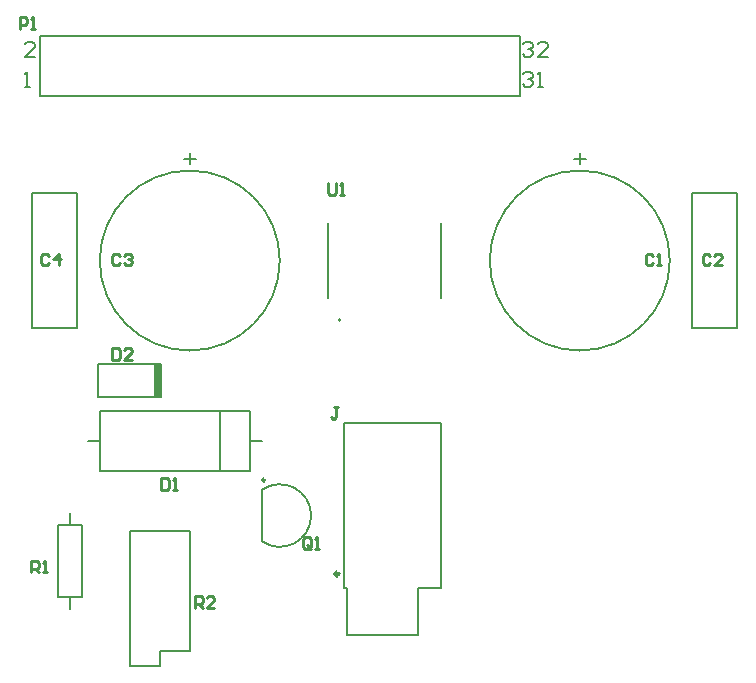
<source format=gto>
G04*
G04 #@! TF.GenerationSoftware,Altium Limited,Altium Designer,20.0.13 (296)*
G04*
G04 Layer_Color=65535*
%FSLAX25Y25*%
%MOIN*%
G70*
G01*
G75*
%ADD10C,0.01339*%
%ADD11C,0.00984*%
%ADD12C,0.00787*%
%ADD13C,0.00600*%
%ADD14C,0.00500*%
%ADD15C,0.01000*%
%ADD16C,0.00800*%
%ADD17C,0.00591*%
%ADD18R,0.03150X0.11024*%
D10*
X174646Y60551D02*
G03*
X174646Y60551I-669J0D01*
G01*
D11*
X150094Y91823D02*
G03*
X150094Y91823I-492J0D01*
G01*
X99082Y135826D02*
Y131890D01*
X101050D01*
X101706Y132546D01*
Y135170D01*
X101050Y135826D01*
X99082D01*
X105642Y131890D02*
X103018D01*
X105642Y134514D01*
Y135170D01*
X104986Y135826D01*
X103674D01*
X103018Y135170D01*
X174540Y116141D02*
X173228D01*
X173884D01*
Y112861D01*
X173228Y112205D01*
X172572D01*
X171916Y112861D01*
X165354Y69554D02*
Y72178D01*
X164698Y72834D01*
X163386D01*
X162731Y72178D01*
Y69554D01*
X163386Y68898D01*
X164698D01*
X164042Y70210D02*
X165354Y68898D01*
X164698D02*
X165354Y69554D01*
X166666Y68898D02*
X167978D01*
X167322D01*
Y72834D01*
X166666Y72178D01*
X126641Y49213D02*
Y53149D01*
X128609D01*
X129265Y52493D01*
Y51181D01*
X128609Y50525D01*
X126641D01*
X127953D02*
X129265Y49213D01*
X133201D02*
X130577D01*
X133201Y51837D01*
Y52493D01*
X132545Y53149D01*
X131233D01*
X130577Y52493D01*
X72179Y61024D02*
Y64960D01*
X74147D01*
X74803Y64304D01*
Y62992D01*
X74147Y62336D01*
X72179D01*
X73491D02*
X74803Y61024D01*
X76115D02*
X77427D01*
X76771D01*
Y64960D01*
X76115Y64304D01*
X115486Y92519D02*
Y88583D01*
X117454D01*
X118110Y89239D01*
Y91863D01*
X117454Y92519D01*
X115486D01*
X119422Y88583D02*
X120734D01*
X120078D01*
Y92519D01*
X119422Y91863D01*
X78084Y166666D02*
X77428Y167322D01*
X76116D01*
X75460Y166666D01*
Y164042D01*
X76116Y163386D01*
X77428D01*
X78084Y164042D01*
X81364Y163386D02*
Y167322D01*
X79396Y165354D01*
X82020D01*
X101706Y166666D02*
X101050Y167322D01*
X99738D01*
X99082Y166666D01*
Y164042D01*
X99738Y163386D01*
X101050D01*
X101706Y164042D01*
X103018Y166666D02*
X103674Y167322D01*
X104986D01*
X105642Y166666D01*
Y166010D01*
X104986Y165354D01*
X104330D01*
X104986D01*
X105642Y164698D01*
Y164042D01*
X104986Y163386D01*
X103674D01*
X103018Y164042D01*
X298557Y166666D02*
X297901Y167322D01*
X296589D01*
X295933Y166666D01*
Y164042D01*
X296589Y163386D01*
X297901D01*
X298557Y164042D01*
X302492Y163386D02*
X299869D01*
X302492Y166010D01*
Y166666D01*
X301836Y167322D01*
X300524D01*
X299869Y166666D01*
X171000Y190836D02*
Y187556D01*
X171656Y186900D01*
X172968D01*
X173624Y187556D01*
Y190836D01*
X174936Y186900D02*
X176248D01*
X175592D01*
Y190836D01*
X174936Y190180D01*
X279528Y166666D02*
X278872Y167322D01*
X277560D01*
X276904Y166666D01*
Y164042D01*
X277560Y163386D01*
X278872D01*
X279528Y164042D01*
X280839Y163386D02*
X282151D01*
X281495D01*
Y167322D01*
X280839Y166666D01*
D12*
X149016Y71454D02*
G03*
X149016Y88546I5984J8546D01*
G01*
X155000Y165000D02*
G03*
X155000Y165000I-30000J0D01*
G01*
X285000D02*
G03*
X285000Y165000I-30000J0D01*
G01*
X175394Y145177D02*
G03*
X175394Y145177I-394J0D01*
G01*
X235000Y220000D02*
Y240000D01*
X75000Y220000D02*
Y240000D01*
X235000D01*
X75000Y220000D02*
X235000D01*
X94567Y119488D02*
X115433D01*
X94567Y130512D02*
X115433D01*
X94567Y119488D02*
Y130512D01*
X149016Y71454D02*
Y88546D01*
X125000Y35000D02*
Y75000D01*
X115000Y35000D02*
X125000D01*
X115000Y30000D02*
Y35000D01*
X105000Y30000D02*
X115000D01*
X105000D02*
Y75000D01*
X125000D01*
X85000Y77000D02*
Y81000D01*
Y49000D02*
Y53000D01*
X89000D02*
Y77000D01*
X81000D02*
X89000D01*
X81000Y53000D02*
Y77000D01*
Y53000D02*
X89000D01*
X95000Y115000D02*
X145000D01*
X95000Y95000D02*
Y115000D01*
Y95000D02*
X145000D01*
Y115000D01*
X135000Y95000D02*
Y115000D01*
X91000Y105000D02*
X95000D01*
X145000D02*
X149000D01*
X72500Y142500D02*
Y187500D01*
Y142500D02*
X87500D01*
Y187500D01*
X72500D02*
X87500D01*
X292500Y142500D02*
Y187500D01*
Y142500D02*
X307500D01*
Y187500D01*
X292500D02*
X307500D01*
D13*
X176339Y55827D02*
X177520D01*
Y40079D02*
Y55827D01*
Y40079D02*
X201142D01*
Y55827D01*
X208622D01*
Y110945D01*
X176339D02*
X208622D01*
X176339Y55827D02*
Y110945D01*
D14*
X171122Y152500D02*
Y177500D01*
X208878Y152500D02*
Y177500D01*
D15*
X68242Y242127D02*
Y246062D01*
X70210D01*
X70866Y245406D01*
Y244094D01*
X70210Y243439D01*
X68242D01*
X72178Y242127D02*
X73490D01*
X72834D01*
Y246062D01*
X72178Y245406D01*
D16*
X236000Y237165D02*
X236833Y237998D01*
X238499D01*
X239332Y237165D01*
Y236332D01*
X238499Y235499D01*
X237666D01*
X238499D01*
X239332Y234666D01*
Y233833D01*
X238499Y233000D01*
X236833D01*
X236000Y233833D01*
X244331Y233000D02*
X240998D01*
X244331Y236332D01*
Y237165D01*
X243498Y237998D01*
X241831D01*
X240998Y237165D01*
X236000Y227165D02*
X236833Y227998D01*
X238499D01*
X239332Y227165D01*
Y226332D01*
X238499Y225499D01*
X237666D01*
X238499D01*
X239332Y224666D01*
Y223833D01*
X238499Y223000D01*
X236833D01*
X236000Y223833D01*
X240998Y223000D02*
X242665D01*
X241831D01*
Y227998D01*
X240998Y227165D01*
X70000Y223000D02*
X71666D01*
X70833D01*
Y227998D01*
X70000Y227165D01*
X73332Y233000D02*
X70000D01*
X73332Y236332D01*
Y237165D01*
X72499Y237998D01*
X70833D01*
X70000Y237165D01*
D17*
X124949Y197015D02*
Y200951D01*
X122981Y198983D02*
X126917D01*
X254949Y197015D02*
Y200951D01*
X252981Y198983D02*
X256917D01*
D18*
X114252Y125001D02*
D03*
M02*

</source>
